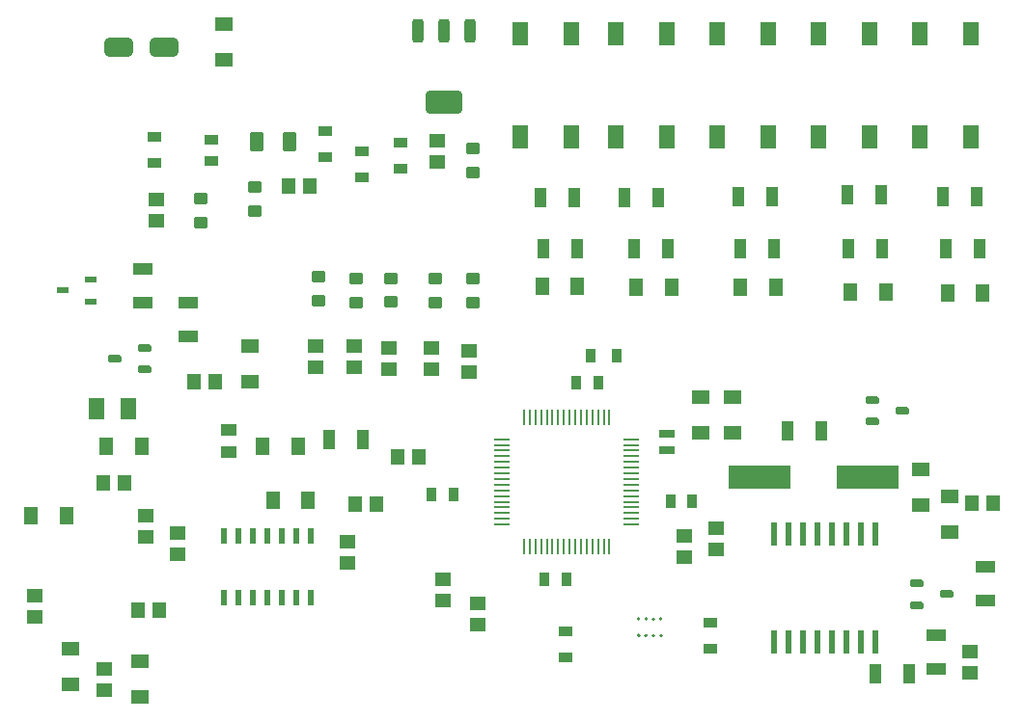
<source format=gtp>
G04*
G04 #@! TF.GenerationSoftware,Altium Limited,Altium Designer,24.2.2 (26)*
G04*
G04 Layer_Color=8421504*
%FSLAX44Y44*%
%MOMM*%
G71*
G04*
G04 #@! TF.SameCoordinates,855874C8-C577-487B-9C4C-162BAFBB1C60*
G04*
G04*
G04 #@! TF.FilePolarity,Positive*
G04*
G01*
G75*
%ADD18C,0.1750*%
%ADD19R,1.3000X0.9000*%
%ADD20R,0.9000X1.3000*%
%ADD21R,1.6000X1.2000*%
%ADD22R,5.5000X2.0000*%
%ADD23R,1.4000X0.7500*%
%ADD24R,1.1000X1.7500*%
%ADD25R,1.7500X1.1000*%
%ADD26R,0.2800X1.4700*%
%ADD27R,1.4700X0.2800*%
%ADD28R,1.4000X1.0000*%
G04:AMPARAMS|DCode=29|XSize=0.65mm|YSize=1.2mm|CornerRadius=0.1625mm|HoleSize=0mm|Usage=FLASHONLY|Rotation=270.000|XOffset=0mm|YOffset=0mm|HoleType=Round|Shape=RoundedRectangle|*
%AMROUNDEDRECTD29*
21,1,0.6500,0.8750,0,0,270.0*
21,1,0.3250,1.2000,0,0,270.0*
1,1,0.3250,-0.4375,-0.1625*
1,1,0.3250,-0.4375,0.1625*
1,1,0.3250,0.4375,0.1625*
1,1,0.3250,0.4375,-0.1625*
%
%ADD29ROUNDEDRECTD29*%
%ADD30R,1.3500X1.1500*%
G04:AMPARAMS|DCode=31|XSize=1.75mm|YSize=1.25mm|CornerRadius=0.3125mm|HoleSize=0mm|Usage=FLASHONLY|Rotation=90.000|XOffset=0mm|YOffset=0mm|HoleType=Round|Shape=RoundedRectangle|*
%AMROUNDEDRECTD31*
21,1,1.7500,0.6250,0,0,90.0*
21,1,1.1250,1.2500,0,0,90.0*
1,1,0.6250,0.3125,0.5625*
1,1,0.6250,0.3125,-0.5625*
1,1,0.6250,-0.3125,-0.5625*
1,1,0.6250,-0.3125,0.5625*
%
%ADD31ROUNDEDRECTD31*%
%ADD32R,1.1500X1.3500*%
%ADD33R,1.2000X1.6000*%
%ADD34R,1.4000X1.9500*%
%ADD35R,0.6000X2.0000*%
G04:AMPARAMS|DCode=36|XSize=1.2mm|YSize=1.1mm|CornerRadius=0.275mm|HoleSize=0mm|Usage=FLASHONLY|Rotation=0.000|XOffset=0mm|YOffset=0mm|HoleType=Round|Shape=RoundedRectangle|*
%AMROUNDEDRECTD36*
21,1,1.2000,0.5500,0,0,0.0*
21,1,0.6500,1.1000,0,0,0.0*
1,1,0.5500,0.3250,-0.2750*
1,1,0.5500,-0.3250,-0.2750*
1,1,0.5500,-0.3250,0.2750*
1,1,0.5500,0.3250,0.2750*
%
%ADD36ROUNDEDRECTD36*%
G04:AMPARAMS|DCode=37|XSize=3.3mm|YSize=2.1mm|CornerRadius=0.525mm|HoleSize=0mm|Usage=FLASHONLY|Rotation=0.000|XOffset=0mm|YOffset=0mm|HoleType=Round|Shape=RoundedRectangle|*
%AMROUNDEDRECTD37*
21,1,3.3000,1.0500,0,0,0.0*
21,1,2.2500,2.1000,0,0,0.0*
1,1,1.0500,1.1250,-0.5250*
1,1,1.0500,-1.1250,-0.5250*
1,1,1.0500,-1.1250,0.5250*
1,1,1.0500,1.1250,0.5250*
%
%ADD37ROUNDEDRECTD37*%
G04:AMPARAMS|DCode=38|XSize=1mm|YSize=2.1mm|CornerRadius=0.25mm|HoleSize=0mm|Usage=FLASHONLY|Rotation=0.000|XOffset=0mm|YOffset=0mm|HoleType=Round|Shape=RoundedRectangle|*
%AMROUNDEDRECTD38*
21,1,1.0000,1.6000,0,0,0.0*
21,1,0.5000,2.1000,0,0,0.0*
1,1,0.5000,0.2500,-0.8000*
1,1,0.5000,-0.2500,-0.8000*
1,1,0.5000,-0.2500,0.8000*
1,1,0.5000,0.2500,0.8000*
%
%ADD38ROUNDEDRECTD38*%
%ADD39R,1.1000X0.6000*%
%ADD40R,1.4000X2.1000*%
%ADD41R,0.6000X1.4500*%
G04:AMPARAMS|DCode=42|XSize=1.7mm|YSize=2.5mm|CornerRadius=0.425mm|HoleSize=0mm|Usage=FLASHONLY|Rotation=270.000|XOffset=0mm|YOffset=0mm|HoleType=Round|Shape=RoundedRectangle|*
%AMROUNDEDRECTD42*
21,1,1.7000,1.6500,0,0,270.0*
21,1,0.8500,2.5000,0,0,270.0*
1,1,0.8500,-0.8250,-0.4250*
1,1,0.8500,-0.8250,0.4250*
1,1,0.8500,0.8250,0.4250*
1,1,0.8500,0.8250,-0.4250*
%
%ADD42ROUNDEDRECTD42*%
D18*
X598185Y129910D02*
G03*
X598185Y129910I-875J0D01*
G01*
X604685D02*
G03*
X604685Y129910I-875J0D01*
G01*
X611185D02*
G03*
X611185Y129910I-875J0D01*
G01*
X617685D02*
G03*
X617685Y129910I-875J0D01*
G01*
X598185Y144410D02*
G03*
X598185Y144410I-875J0D01*
G01*
X604685D02*
G03*
X604685Y144410I-875J0D01*
G01*
X611185D02*
G03*
X611185Y144410I-875J0D01*
G01*
X617685D02*
G03*
X617685Y144410I-875J0D01*
G01*
D19*
X533400Y110420D02*
D03*
Y133420D02*
D03*
X660400Y118040D02*
D03*
Y141040D02*
D03*
X388620Y539680D02*
D03*
Y562680D02*
D03*
X354330Y532060D02*
D03*
Y555060D02*
D03*
X222250Y565760D02*
D03*
Y546760D02*
D03*
X322580Y549840D02*
D03*
Y572840D02*
D03*
X172720Y544760D02*
D03*
Y567760D02*
D03*
D20*
X625500Y247650D02*
D03*
X644500D02*
D03*
X534010Y179070D02*
D03*
X515010D02*
D03*
X434950Y254000D02*
D03*
X415950D02*
D03*
X542950Y351790D02*
D03*
X561950D02*
D03*
X577920Y375920D02*
D03*
X554920D02*
D03*
D21*
X844550Y275850D02*
D03*
Y244850D02*
D03*
X869950Y220980D02*
D03*
Y251980D02*
D03*
X160020Y106940D02*
D03*
Y75940D02*
D03*
X99060Y87370D02*
D03*
Y118370D02*
D03*
X256540Y352800D02*
D03*
Y383800D02*
D03*
X679450Y339350D02*
D03*
Y308350D02*
D03*
X651510Y339350D02*
D03*
Y308350D02*
D03*
X233680Y636010D02*
D03*
Y667010D02*
D03*
D22*
X798070Y269240D02*
D03*
X703070D02*
D03*
D23*
X622300Y306970D02*
D03*
Y292470D02*
D03*
D24*
X893590Y515620D02*
D03*
X864090D02*
D03*
X727710Y309880D02*
D03*
X757210D02*
D03*
X834390Y96520D02*
D03*
X804890D02*
D03*
X780270Y516890D02*
D03*
X809770D02*
D03*
X685020Y515620D02*
D03*
X714520D02*
D03*
X584690Y515000D02*
D03*
X614190D02*
D03*
X511030D02*
D03*
X540530D02*
D03*
X866630Y470000D02*
D03*
X896130D02*
D03*
X781540D02*
D03*
X811040D02*
D03*
X686290D02*
D03*
X715790D02*
D03*
X593090D02*
D03*
X622590D02*
D03*
X543070D02*
D03*
X513570D02*
D03*
X355110Y302260D02*
D03*
X325610D02*
D03*
D25*
X901700Y190010D02*
D03*
Y160510D02*
D03*
X162560Y422130D02*
D03*
Y451630D02*
D03*
X858520Y130320D02*
D03*
Y100820D02*
D03*
X201930Y422420D02*
D03*
Y392920D02*
D03*
D26*
X496780Y321620D02*
D03*
X501780D02*
D03*
X506780D02*
D03*
X511780D02*
D03*
X516780D02*
D03*
X521780D02*
D03*
X526780D02*
D03*
X531780D02*
D03*
X536780D02*
D03*
X541780D02*
D03*
X546780D02*
D03*
X551780D02*
D03*
X556780D02*
D03*
X561780D02*
D03*
X566780D02*
D03*
X571780D02*
D03*
Y208220D02*
D03*
X566780D02*
D03*
X561780D02*
D03*
X556780D02*
D03*
X551780D02*
D03*
X546780D02*
D03*
X541780D02*
D03*
X536780D02*
D03*
X531780D02*
D03*
X526780D02*
D03*
X521780D02*
D03*
X516780D02*
D03*
X511780D02*
D03*
X506780D02*
D03*
X501780D02*
D03*
X496780D02*
D03*
D27*
X590980Y302420D02*
D03*
Y297420D02*
D03*
Y292420D02*
D03*
Y287420D02*
D03*
Y282420D02*
D03*
Y277420D02*
D03*
Y272420D02*
D03*
Y267420D02*
D03*
Y262420D02*
D03*
Y257420D02*
D03*
Y252420D02*
D03*
Y247420D02*
D03*
Y242420D02*
D03*
Y237420D02*
D03*
Y232420D02*
D03*
Y227420D02*
D03*
X477580D02*
D03*
Y232420D02*
D03*
Y237420D02*
D03*
Y242420D02*
D03*
Y247420D02*
D03*
Y252420D02*
D03*
Y257420D02*
D03*
Y262420D02*
D03*
Y267420D02*
D03*
Y272420D02*
D03*
Y277420D02*
D03*
Y282420D02*
D03*
Y287420D02*
D03*
Y292420D02*
D03*
Y297420D02*
D03*
Y302420D02*
D03*
D28*
X237490Y291240D02*
D03*
Y310740D02*
D03*
D29*
X164130Y363880D02*
D03*
Y382880D02*
D03*
X138130Y373380D02*
D03*
X802340Y337160D02*
D03*
Y318160D02*
D03*
X828340Y327660D02*
D03*
X867710Y166370D02*
D03*
X841710Y156870D02*
D03*
Y175870D02*
D03*
D30*
X887730Y115930D02*
D03*
Y97430D02*
D03*
X173990Y512530D02*
D03*
Y494030D02*
D03*
X128270Y82190D02*
D03*
Y100690D02*
D03*
X341630Y193950D02*
D03*
Y212450D02*
D03*
X193040Y201210D02*
D03*
Y219710D02*
D03*
X165100Y235310D02*
D03*
Y216810D02*
D03*
X665480Y223880D02*
D03*
Y205380D02*
D03*
X637540Y217530D02*
D03*
Y199030D02*
D03*
X378460Y382590D02*
D03*
Y364090D02*
D03*
X448310Y380090D02*
D03*
Y361590D02*
D03*
X313690Y383900D02*
D03*
Y365400D02*
D03*
X415290Y382630D02*
D03*
Y364130D02*
D03*
X347980Y383900D02*
D03*
Y365400D02*
D03*
X420370Y564240D02*
D03*
Y545740D02*
D03*
X67310Y146600D02*
D03*
Y165100D02*
D03*
X455930Y139340D02*
D03*
Y157840D02*
D03*
X425450Y179430D02*
D03*
Y160930D02*
D03*
D31*
X262610Y563880D02*
D03*
X291110D02*
D03*
D32*
X176530Y152400D02*
D03*
X158030D02*
D03*
X348890Y245110D02*
D03*
X367390D02*
D03*
X385720Y287020D02*
D03*
X404220D02*
D03*
X225510Y353060D02*
D03*
X207010D02*
D03*
X127910Y264160D02*
D03*
X146410D02*
D03*
X908410Y246380D02*
D03*
X889910D02*
D03*
X290470Y524510D02*
D03*
X308970D02*
D03*
D33*
X64510Y234950D02*
D03*
X95510D02*
D03*
X130550Y295910D02*
D03*
X161550D02*
D03*
X899420Y430530D02*
D03*
X868420D02*
D03*
X814330Y431800D02*
D03*
X783330D02*
D03*
X717810Y435610D02*
D03*
X686810D02*
D03*
X626370D02*
D03*
X595370D02*
D03*
X512820Y436880D02*
D03*
X543820D02*
D03*
X267710Y295910D02*
D03*
X298710D02*
D03*
X307600Y248920D02*
D03*
X276600D02*
D03*
D34*
X149890Y328930D02*
D03*
X121890D02*
D03*
D35*
X716280Y123950D02*
D03*
X728980D02*
D03*
X741680D02*
D03*
X754380D02*
D03*
X767080D02*
D03*
X779780D02*
D03*
X792480D02*
D03*
X805180D02*
D03*
X716280Y218950D02*
D03*
X728980D02*
D03*
X741680D02*
D03*
X754380D02*
D03*
X767080D02*
D03*
X779780D02*
D03*
X792480D02*
D03*
X805180D02*
D03*
D36*
X452120Y422570D02*
D03*
Y443570D02*
D03*
X316230Y423840D02*
D03*
Y444840D02*
D03*
X349250Y422570D02*
D03*
Y443570D02*
D03*
X379730Y422840D02*
D03*
Y443840D02*
D03*
X419100Y422570D02*
D03*
Y443570D02*
D03*
X452120Y536870D02*
D03*
Y557870D02*
D03*
X213360Y492420D02*
D03*
Y513420D02*
D03*
X260350Y523580D02*
D03*
Y502580D02*
D03*
D37*
X426720Y598420D02*
D03*
D38*
X403720Y661420D02*
D03*
X426720D02*
D03*
X449720D02*
D03*
D39*
X91990Y433070D02*
D03*
X116290Y442570D02*
D03*
Y423570D02*
D03*
D40*
X888640Y658910D02*
D03*
Y567910D02*
D03*
X843640D02*
D03*
Y658910D02*
D03*
X799740D02*
D03*
Y567910D02*
D03*
X754740D02*
D03*
Y658910D02*
D03*
X710840D02*
D03*
Y567910D02*
D03*
X665840D02*
D03*
Y658910D02*
D03*
X621940D02*
D03*
Y567910D02*
D03*
X576940D02*
D03*
Y658910D02*
D03*
X538120D02*
D03*
Y567910D02*
D03*
X493120D02*
D03*
Y658910D02*
D03*
D41*
X309880Y217750D02*
D03*
X297180D02*
D03*
X284480D02*
D03*
X271780D02*
D03*
X259080D02*
D03*
X246380D02*
D03*
X233680D02*
D03*
X309880Y163250D02*
D03*
X297180D02*
D03*
X284480D02*
D03*
X271780D02*
D03*
X259080D02*
D03*
X246380D02*
D03*
X233680D02*
D03*
D42*
X141540Y646430D02*
D03*
X181040D02*
D03*
M02*

</source>
